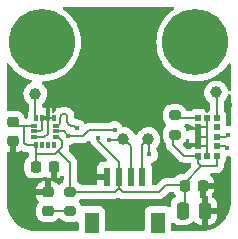
<source format=gtl>
G04 #@! TF.GenerationSoftware,KiCad,Pcbnew,(6.0.11-0)*
G04 #@! TF.CreationDate,2025-05-12T21:50:11-06:00*
G04 #@! TF.ProjectId,LightSensorPCB,4c696768-7453-4656-9e73-6f725043422e,rev?*
G04 #@! TF.SameCoordinates,Original*
G04 #@! TF.FileFunction,Copper,L1,Top*
G04 #@! TF.FilePolarity,Positive*
%FSLAX46Y46*%
G04 Gerber Fmt 4.6, Leading zero omitted, Abs format (unit mm)*
G04 Created by KiCad (PCBNEW (6.0.11-0)) date 2025-05-12 21:50:11*
%MOMM*%
%LPD*%
G01*
G04 APERTURE LIST*
G04 Aperture macros list*
%AMRoundRect*
0 Rectangle with rounded corners*
0 $1 Rounding radius*
0 $2 $3 $4 $5 $6 $7 $8 $9 X,Y pos of 4 corners*
0 Add a 4 corners polygon primitive as box body*
4,1,4,$2,$3,$4,$5,$6,$7,$8,$9,$2,$3,0*
0 Add four circle primitives for the rounded corners*
1,1,$1+$1,$2,$3*
1,1,$1+$1,$4,$5*
1,1,$1+$1,$6,$7*
1,1,$1+$1,$8,$9*
0 Add four rect primitives between the rounded corners*
20,1,$1+$1,$2,$3,$4,$5,0*
20,1,$1+$1,$4,$5,$6,$7,0*
20,1,$1+$1,$6,$7,$8,$9,0*
20,1,$1+$1,$8,$9,$2,$3,0*%
%AMFreePoly0*
4,1,17,0.253536,0.253536,0.255000,0.250000,0.255000,-0.250000,0.253536,-0.253536,0.250000,-0.255000,-0.330000,-0.255000,-0.333536,-0.253536,-0.335000,-0.250000,-0.335000,0.000000,-0.333536,0.003536,-0.330000,0.005000,-0.255000,0.005000,-0.255000,0.250000,-0.253536,0.253536,-0.250000,0.255000,0.250000,0.255000,0.253536,0.253536,0.253536,0.253536,$1*%
G04 Aperture macros list end*
G04 #@! TA.AperFunction,SMDPad,CuDef*
%ADD10RoundRect,0.250000X-0.250000X-0.475000X0.250000X-0.475000X0.250000X0.475000X-0.250000X0.475000X0*%
G04 #@! TD*
G04 #@! TA.AperFunction,SMDPad,CuDef*
%ADD11RoundRect,0.225000X-0.225000X-0.250000X0.225000X-0.250000X0.225000X0.250000X-0.225000X0.250000X0*%
G04 #@! TD*
G04 #@! TA.AperFunction,SMDPad,CuDef*
%ADD12R,0.350000X0.600000*%
G04 #@! TD*
G04 #@! TA.AperFunction,SMDPad,CuDef*
%ADD13R,0.600000X0.350000*%
G04 #@! TD*
G04 #@! TA.AperFunction,SMDPad,CuDef*
%ADD14C,1.000000*%
G04 #@! TD*
G04 #@! TA.AperFunction,ComponentPad*
%ADD15C,5.600000*%
G04 #@! TD*
G04 #@! TA.AperFunction,SMDPad,CuDef*
%ADD16R,0.609600X1.549400*%
G04 #@! TD*
G04 #@! TA.AperFunction,SMDPad,CuDef*
%ADD17R,1.193800X1.803400*%
G04 #@! TD*
G04 #@! TA.AperFunction,SMDPad,CuDef*
%ADD18RoundRect,0.225000X0.225000X0.250000X-0.225000X0.250000X-0.225000X-0.250000X0.225000X-0.250000X0*%
G04 #@! TD*
G04 #@! TA.AperFunction,SMDPad,CuDef*
%ADD19FreePoly0,90.000000*%
G04 #@! TD*
G04 #@! TA.AperFunction,SMDPad,CuDef*
%ADD20R,0.500000X0.500000*%
G04 #@! TD*
G04 #@! TA.AperFunction,SMDPad,CuDef*
%ADD21RoundRect,0.218750X-0.256250X0.218750X-0.256250X-0.218750X0.256250X-0.218750X0.256250X0.218750X0*%
G04 #@! TD*
G04 #@! TA.AperFunction,SMDPad,CuDef*
%ADD22RoundRect,0.200000X-0.275000X0.200000X-0.275000X-0.200000X0.275000X-0.200000X0.275000X0.200000X0*%
G04 #@! TD*
G04 #@! TA.AperFunction,SMDPad,CuDef*
%ADD23RoundRect,0.200000X0.275000X-0.200000X0.275000X0.200000X-0.275000X0.200000X-0.275000X-0.200000X0*%
G04 #@! TD*
G04 #@! TA.AperFunction,SMDPad,CuDef*
%ADD24RoundRect,0.225000X0.250000X-0.225000X0.250000X0.225000X-0.250000X0.225000X-0.250000X-0.225000X0*%
G04 #@! TD*
G04 #@! TA.AperFunction,ViaPad*
%ADD25C,0.450000*%
G04 #@! TD*
G04 #@! TA.AperFunction,Conductor*
%ADD26C,0.160000*%
G04 #@! TD*
G04 APERTURE END LIST*
D10*
X115400000Y-117750000D03*
X117300000Y-117750000D03*
D11*
X115575000Y-115650000D03*
X117125000Y-115650000D03*
D12*
X104500000Y-109890000D03*
X104000000Y-109890000D03*
X103500000Y-109890000D03*
X103000000Y-109890000D03*
D13*
X102840000Y-110550000D03*
X102840000Y-111050000D03*
X102840000Y-111550000D03*
D12*
X103000000Y-112210000D03*
X103500000Y-112210000D03*
X104000000Y-112210000D03*
X104500000Y-112210000D03*
D13*
X104660000Y-111550000D03*
X104660000Y-111050000D03*
X104660000Y-110550000D03*
D14*
X110400000Y-111700000D03*
D15*
X103500000Y-103500000D03*
D14*
X112500000Y-111700000D03*
X118250000Y-107750000D03*
D16*
X109000000Y-114898500D03*
X110000001Y-114898500D03*
X110999999Y-114898500D03*
X112000000Y-114898500D03*
D17*
X107700001Y-118773501D03*
X113299999Y-118773501D03*
D15*
X116500000Y-103500000D03*
D18*
X104525000Y-114050000D03*
X102975000Y-114050000D03*
D19*
X116700000Y-113100000D03*
D20*
X116700000Y-112300000D03*
X116700000Y-111500000D03*
X116700000Y-110700000D03*
X116700000Y-109900000D03*
X117500000Y-109900000D03*
X118300000Y-109900000D03*
X118300000Y-110700000D03*
X118300000Y-111500000D03*
X118300000Y-112300000D03*
X118300000Y-113100000D03*
X117500000Y-113100000D03*
D21*
X104000000Y-116212500D03*
X104000000Y-117787500D03*
D22*
X114750000Y-109675000D03*
X114750000Y-111325000D03*
D14*
X102950000Y-107850000D03*
D23*
X105900000Y-117800000D03*
X105900000Y-116150000D03*
D24*
X101050000Y-111825000D03*
X101050000Y-110275000D03*
D25*
X118800000Y-116400000D03*
X119000000Y-117800000D03*
X105000000Y-108600000D03*
X101000000Y-113000000D03*
X105200000Y-115000000D03*
X104000000Y-115200000D03*
X102600000Y-116200000D03*
X108000000Y-114800000D03*
X112600000Y-102400000D03*
X119400000Y-108800000D03*
X108220623Y-111581722D03*
X108800000Y-107600000D03*
X113200000Y-106200000D03*
X101400000Y-117200000D03*
X108800000Y-105800000D03*
X114600000Y-114000000D03*
X115800000Y-110600000D03*
X104400000Y-108200000D03*
X106800000Y-113600000D03*
X118800000Y-114800000D03*
X101200000Y-106800000D03*
X110400000Y-118200000D03*
X109200000Y-111800000D03*
X119253730Y-111346270D03*
X106453036Y-110759193D03*
X109643391Y-110902222D03*
X112600000Y-113000000D03*
X105727397Y-111446545D03*
X119167198Y-112426138D03*
D26*
X102000000Y-112000000D02*
X102000000Y-110600000D01*
X116700000Y-113100000D02*
X115500000Y-113100000D01*
X113400000Y-116200000D02*
X114000000Y-115600000D01*
X105900000Y-116150000D02*
X105900000Y-113700000D01*
X108220623Y-111820623D02*
X110000001Y-113600001D01*
X117000000Y-114000000D02*
X116700000Y-113700000D01*
X110366801Y-116200000D02*
X113400000Y-116200000D01*
X103000000Y-112210000D02*
X103000000Y-113000000D01*
X110000001Y-113600001D02*
X110000001Y-114898500D01*
X102840000Y-110550000D02*
X102050000Y-110550000D01*
X116700000Y-113700000D02*
X116700000Y-113100000D01*
X105200000Y-112400000D02*
X104900000Y-112700000D01*
X102210000Y-112210000D02*
X102000000Y-112000000D01*
X110000001Y-115833200D02*
X110366801Y-116200000D01*
X105200000Y-111875000D02*
X105200000Y-112400000D01*
X110000001Y-114898500D02*
X110000001Y-115833200D01*
X115575000Y-115425000D02*
X117000000Y-114000000D01*
X102050000Y-110550000D02*
X101325000Y-110550000D01*
X104875000Y-111550000D02*
X105200000Y-111875000D01*
X114000000Y-115600000D02*
X115525000Y-115600000D01*
X104900000Y-112700000D02*
X104600000Y-113000000D01*
X105900000Y-113700000D02*
X104900000Y-112700000D01*
X102000000Y-110600000D02*
X102050000Y-110550000D01*
X103000000Y-112210000D02*
X102210000Y-112210000D01*
X118300000Y-113100000D02*
X118300000Y-113950000D01*
X103000000Y-113000000D02*
X103000000Y-114025000D01*
X104600000Y-113000000D02*
X103000000Y-113000000D01*
X109683201Y-116150000D02*
X105900000Y-116150000D01*
X115575000Y-115650000D02*
X115575000Y-117575000D01*
X115500000Y-113100000D02*
X114600000Y-112200000D01*
X110000001Y-115833200D02*
X109683201Y-116150000D01*
X108220623Y-111581722D02*
X108220623Y-111820623D01*
X114600000Y-112200000D02*
X114600000Y-111475000D01*
X118250000Y-114000000D02*
X117000000Y-114000000D01*
X118300000Y-113950000D02*
X118250000Y-114000000D01*
X117500000Y-111500000D02*
X117500000Y-110700000D01*
X116700000Y-110700000D02*
X117500000Y-110700000D01*
X117500000Y-112300000D02*
X117500000Y-111500000D01*
X117500000Y-110700000D02*
X117500000Y-109900000D01*
X117500000Y-113100000D02*
X117500000Y-112300000D01*
X104000000Y-111250000D02*
X104000000Y-109890000D01*
X116700000Y-112300000D02*
X117500000Y-112300000D01*
X116700000Y-111500000D02*
X117500000Y-111500000D01*
X103500000Y-109890000D02*
X104500000Y-109890000D01*
X103700000Y-111550000D02*
X104000000Y-111250000D01*
X103500000Y-109890000D02*
X103500000Y-110925000D01*
X103375000Y-111050000D02*
X102840000Y-111050000D01*
X102840000Y-111550000D02*
X103700000Y-111550000D01*
X103500000Y-110925000D02*
X103375000Y-111050000D01*
X105050000Y-109850000D02*
X105050000Y-110250000D01*
X109200000Y-111800000D02*
X110300000Y-111800000D01*
X118300000Y-111500000D02*
X119100000Y-111500000D01*
X105650000Y-110250000D02*
X105650000Y-109850000D01*
X119100000Y-111500000D02*
X119253730Y-111346270D01*
X106453036Y-110759193D02*
X106243843Y-110550000D01*
X106243843Y-110550000D02*
X105950000Y-110550000D01*
X110999999Y-114898500D02*
X110999999Y-112299999D01*
X110999999Y-112299999D02*
X110400000Y-111700000D01*
X105350000Y-109550000D02*
G75*
G02*
X105650000Y-109850000I0J-300000D01*
G01*
X104750000Y-110550000D02*
G75*
G03*
X105050000Y-110250000I0J300000D01*
G01*
X105650000Y-110250000D02*
G75*
G03*
X105950000Y-110550000I300000J0D01*
G01*
X105050000Y-109850000D02*
G75*
G02*
X105350000Y-109550000I300000J0D01*
G01*
X104660000Y-111050000D02*
X105330852Y-111050000D01*
X119041060Y-112300000D02*
X119167198Y-112426138D01*
X112000000Y-114898500D02*
X112000001Y-112199999D01*
X107497778Y-110902222D02*
X106953455Y-111446545D01*
X109643391Y-110902222D02*
X107497778Y-110902222D01*
X118300000Y-112300000D02*
X119041060Y-112300000D01*
X105330852Y-111050000D02*
X105727397Y-111446545D01*
X112000001Y-112199999D02*
X112500000Y-111700000D01*
X106953455Y-111446545D02*
X105727397Y-111446545D01*
X112600000Y-113000000D02*
X112600000Y-111800000D01*
X105900000Y-117800000D02*
X104012500Y-117800000D01*
X102950000Y-107850000D02*
X102950000Y-109840000D01*
X118300000Y-109900000D02*
X118300000Y-107800000D01*
X116700000Y-109900000D02*
X114975000Y-109900000D01*
G04 #@! TA.AperFunction,Conductor*
G36*
X119458331Y-113180285D02*
G01*
X119489655Y-113243998D01*
X119491500Y-113265481D01*
X119491500Y-116950633D01*
X119490000Y-116970018D01*
X119487690Y-116984851D01*
X119487690Y-116984855D01*
X119486309Y-116993724D01*
X119488558Y-117010919D01*
X119489391Y-117034863D01*
X119473794Y-117292710D01*
X119471960Y-117307814D01*
X119433861Y-117515720D01*
X119420477Y-117588754D01*
X119416836Y-117603526D01*
X119347173Y-117827084D01*
X119331859Y-117876227D01*
X119326466Y-117890445D01*
X119210044Y-118149126D01*
X119209243Y-118150906D01*
X119202172Y-118164379D01*
X119054405Y-118408813D01*
X119045762Y-118421334D01*
X118869615Y-118646171D01*
X118859525Y-118657560D01*
X118657560Y-118859525D01*
X118646171Y-118869615D01*
X118421334Y-119045762D01*
X118408813Y-119054405D01*
X118164379Y-119202172D01*
X118150908Y-119209242D01*
X117890445Y-119326466D01*
X117876231Y-119331858D01*
X117603527Y-119416836D01*
X117588760Y-119420475D01*
X117379786Y-119458771D01*
X117307814Y-119471960D01*
X117292710Y-119473794D01*
X117042096Y-119488953D01*
X117015284Y-119487692D01*
X117015148Y-119487690D01*
X117006276Y-119486309D01*
X116997374Y-119487473D01*
X116997372Y-119487473D01*
X116982707Y-119489391D01*
X116974714Y-119490436D01*
X116958379Y-119491500D01*
X114531399Y-119491500D01*
X114463278Y-119471498D01*
X114416785Y-119417842D01*
X114405399Y-119365500D01*
X114405399Y-118857296D01*
X114425401Y-118789175D01*
X114479057Y-118742682D01*
X114549331Y-118732578D01*
X114613911Y-118762072D01*
X114620417Y-118768123D01*
X114676697Y-118824305D01*
X114682927Y-118828145D01*
X114682928Y-118828146D01*
X114820288Y-118912816D01*
X114827262Y-118917115D01*
X114907005Y-118943564D01*
X114988611Y-118970632D01*
X114988613Y-118970632D01*
X114995139Y-118972797D01*
X115001975Y-118973497D01*
X115001978Y-118973498D01*
X115045031Y-118977909D01*
X115099600Y-118983500D01*
X115700400Y-118983500D01*
X115703646Y-118983163D01*
X115703650Y-118983163D01*
X115799308Y-118973238D01*
X115799312Y-118973237D01*
X115806166Y-118972526D01*
X115812702Y-118970345D01*
X115812704Y-118970345D01*
X115944806Y-118926272D01*
X115973946Y-118916550D01*
X116124348Y-118823478D01*
X116249305Y-118698303D01*
X116252102Y-118693765D01*
X116309353Y-118653176D01*
X116380276Y-118649946D01*
X116441687Y-118685572D01*
X116449062Y-118694068D01*
X116457098Y-118704207D01*
X116571829Y-118818739D01*
X116583240Y-118827751D01*
X116721243Y-118912816D01*
X116734424Y-118918963D01*
X116888710Y-118970138D01*
X116902086Y-118973005D01*
X116996438Y-118982672D01*
X117002854Y-118983000D01*
X117027885Y-118983000D01*
X117043124Y-118978525D01*
X117044329Y-118977135D01*
X117046000Y-118969452D01*
X117046000Y-118964884D01*
X117554000Y-118964884D01*
X117558475Y-118980123D01*
X117559865Y-118981328D01*
X117567548Y-118982999D01*
X117597095Y-118982999D01*
X117603614Y-118982662D01*
X117699206Y-118972743D01*
X117712600Y-118969851D01*
X117866784Y-118918412D01*
X117879962Y-118912239D01*
X118017807Y-118826937D01*
X118029208Y-118817901D01*
X118143739Y-118703171D01*
X118152751Y-118691760D01*
X118237816Y-118553757D01*
X118243963Y-118540576D01*
X118295138Y-118386290D01*
X118298005Y-118372914D01*
X118307672Y-118278562D01*
X118308000Y-118272146D01*
X118308000Y-118022115D01*
X118303525Y-118006876D01*
X118302135Y-118005671D01*
X118294452Y-118004000D01*
X117572115Y-118004000D01*
X117556876Y-118008475D01*
X117555671Y-118009865D01*
X117554000Y-118017548D01*
X117554000Y-118964884D01*
X117046000Y-118964884D01*
X117046000Y-116691115D01*
X117041525Y-116675876D01*
X117040135Y-116674671D01*
X117032452Y-116673000D01*
X116997000Y-116673000D01*
X116928879Y-116652998D01*
X116882386Y-116599342D01*
X116871000Y-116547000D01*
X116871000Y-116458885D01*
X117379000Y-116458885D01*
X117383475Y-116474124D01*
X117384865Y-116475329D01*
X117392548Y-116477000D01*
X117428000Y-116477000D01*
X117496121Y-116497002D01*
X117542614Y-116550658D01*
X117554000Y-116603000D01*
X117554000Y-117477885D01*
X117558475Y-117493124D01*
X117559865Y-117494329D01*
X117567548Y-117496000D01*
X118289884Y-117496000D01*
X118305123Y-117491525D01*
X118306328Y-117490135D01*
X118307999Y-117482452D01*
X118307999Y-117227905D01*
X118307662Y-117221386D01*
X118297743Y-117125794D01*
X118294851Y-117112400D01*
X118243412Y-116958216D01*
X118237239Y-116945038D01*
X118151937Y-116807193D01*
X118142901Y-116795792D01*
X118028171Y-116681261D01*
X118016757Y-116672247D01*
X117903521Y-116602448D01*
X117856027Y-116549676D01*
X117844603Y-116479605D01*
X117872877Y-116414481D01*
X117880463Y-116406170D01*
X117923986Y-116362571D01*
X117932998Y-116351160D01*
X118015004Y-116218120D01*
X118021151Y-116204939D01*
X118070491Y-116056186D01*
X118073358Y-116042810D01*
X118082673Y-115951896D01*
X118083000Y-115945487D01*
X118083000Y-115922115D01*
X118078525Y-115906876D01*
X118077135Y-115905671D01*
X118069452Y-115904000D01*
X117397115Y-115904000D01*
X117381876Y-115908475D01*
X117380671Y-115909865D01*
X117379000Y-115917548D01*
X117379000Y-116458885D01*
X116871000Y-116458885D01*
X116871000Y-115522000D01*
X116891002Y-115453879D01*
X116944658Y-115407386D01*
X116997000Y-115396000D01*
X118064885Y-115396000D01*
X118080124Y-115391525D01*
X118081329Y-115390135D01*
X118083000Y-115382452D01*
X118083000Y-115354562D01*
X118082663Y-115348047D01*
X118073106Y-115255943D01*
X118070212Y-115242544D01*
X118020619Y-115093893D01*
X118014445Y-115080714D01*
X117932212Y-114947827D01*
X117923176Y-114936426D01*
X117812572Y-114826015D01*
X117796576Y-114813382D01*
X117755513Y-114755465D01*
X117752281Y-114684542D01*
X117787906Y-114623130D01*
X117851078Y-114590728D01*
X117874668Y-114588500D01*
X118203170Y-114588500D01*
X118219615Y-114589578D01*
X118250000Y-114593578D01*
X118258189Y-114592500D01*
X118395442Y-114574431D01*
X118395443Y-114574431D01*
X118403630Y-114573353D01*
X118487490Y-114538616D01*
X118546789Y-114514054D01*
X118608256Y-114466889D01*
X118663170Y-114424752D01*
X118663173Y-114424749D01*
X118669723Y-114419723D01*
X118674750Y-114413172D01*
X118674752Y-114413170D01*
X118681333Y-114404593D01*
X118704593Y-114381333D01*
X118713170Y-114374752D01*
X118713172Y-114374750D01*
X118719723Y-114369723D01*
X118724749Y-114363173D01*
X118724752Y-114363170D01*
X118766889Y-114308256D01*
X118814054Y-114246789D01*
X118856876Y-114143406D01*
X118873353Y-114103629D01*
X118876585Y-114079083D01*
X118892500Y-113958188D01*
X118893578Y-113950000D01*
X118889578Y-113919615D01*
X118888500Y-113903170D01*
X118888500Y-113788275D01*
X118908502Y-113720154D01*
X118913674Y-113712710D01*
X118928013Y-113693578D01*
X119000615Y-113596705D01*
X119051745Y-113460316D01*
X119058500Y-113398134D01*
X119058500Y-113287656D01*
X119078502Y-113219535D01*
X119132158Y-113173042D01*
X119173081Y-113162175D01*
X119308601Y-113149842D01*
X119308602Y-113149842D01*
X119315622Y-113149203D01*
X119322324Y-113147025D01*
X119322326Y-113147025D01*
X119326567Y-113145647D01*
X119397534Y-113143621D01*
X119458331Y-113180285D01*
G37*
G04 #@! TD.AperFunction*
G04 #@! TA.AperFunction,Conductor*
G36*
X114663836Y-116208502D02*
G01*
X114702856Y-116248193D01*
X114771248Y-116358713D01*
X114818489Y-116405871D01*
X114852568Y-116468153D01*
X114847565Y-116538973D01*
X114805069Y-116595846D01*
X114795775Y-116602187D01*
X114675652Y-116676522D01*
X114550695Y-116801697D01*
X114546855Y-116807927D01*
X114546854Y-116807928D01*
X114483586Y-116910568D01*
X114457885Y-116952262D01*
X114437888Y-117012552D01*
X114405644Y-117109766D01*
X114402203Y-117120139D01*
X114391500Y-117224600D01*
X114391500Y-117355083D01*
X114371498Y-117423204D01*
X114317842Y-117469697D01*
X114247568Y-117479801D01*
X114189935Y-117455909D01*
X114150791Y-117426572D01*
X114150789Y-117426571D01*
X114143604Y-117421186D01*
X114007215Y-117370056D01*
X113945033Y-117363301D01*
X112654965Y-117363301D01*
X112592783Y-117370056D01*
X112456394Y-117421186D01*
X112339838Y-117508540D01*
X112252484Y-117625096D01*
X112201354Y-117761485D01*
X112194599Y-117823667D01*
X112194599Y-119365500D01*
X112174597Y-119433621D01*
X112120941Y-119480114D01*
X112068599Y-119491500D01*
X108931401Y-119491500D01*
X108863280Y-119471498D01*
X108816787Y-119417842D01*
X108805401Y-119365500D01*
X108805401Y-117823667D01*
X108798646Y-117761485D01*
X108747516Y-117625096D01*
X108660162Y-117508540D01*
X108543606Y-117421186D01*
X108407217Y-117370056D01*
X108345035Y-117363301D01*
X107054967Y-117363301D01*
X107051570Y-117363670D01*
X107000635Y-117369203D01*
X107000633Y-117369203D01*
X106992785Y-117370056D01*
X106985390Y-117372828D01*
X106985387Y-117372829D01*
X106983957Y-117373365D01*
X106982766Y-117373452D01*
X106977703Y-117374656D01*
X106977508Y-117373837D01*
X106913150Y-117378548D01*
X106850782Y-117344626D01*
X106826486Y-117309537D01*
X106825472Y-117306301D01*
X106736639Y-117159619D01*
X106641115Y-117064095D01*
X106607089Y-117001783D01*
X106612154Y-116930968D01*
X106641115Y-116885905D01*
X106736639Y-116790381D01*
X106739228Y-116786107D01*
X106796098Y-116745488D01*
X106837477Y-116738500D01*
X109636371Y-116738500D01*
X109652816Y-116739578D01*
X109683201Y-116743578D01*
X109691390Y-116742500D01*
X109828643Y-116724431D01*
X109828644Y-116724431D01*
X109836831Y-116723353D01*
X109914658Y-116691115D01*
X109920689Y-116688617D01*
X109920691Y-116688616D01*
X109928931Y-116685203D01*
X109999522Y-116677617D01*
X110053849Y-116701651D01*
X110070012Y-116714054D01*
X110213172Y-116773353D01*
X110366801Y-116793578D01*
X110397186Y-116789578D01*
X110413631Y-116788500D01*
X113353170Y-116788500D01*
X113369615Y-116789578D01*
X113400000Y-116793578D01*
X113408189Y-116792500D01*
X113545442Y-116774431D01*
X113545443Y-116774431D01*
X113553630Y-116773353D01*
X113625511Y-116743578D01*
X113637768Y-116738501D01*
X113637770Y-116738500D01*
X113689158Y-116717215D01*
X113689159Y-116717214D01*
X113696789Y-116714054D01*
X113819723Y-116619723D01*
X113838380Y-116595409D01*
X113849247Y-116583018D01*
X114206860Y-116225405D01*
X114269172Y-116191379D01*
X114295955Y-116188500D01*
X114595715Y-116188500D01*
X114663836Y-116208502D01*
G37*
G04 #@! TD.AperFunction*
G04 #@! TA.AperFunction,Conductor*
G36*
X101246121Y-111591002D02*
G01*
X101292614Y-111644658D01*
X101304000Y-111697000D01*
X101304000Y-112764885D01*
X101308475Y-112780124D01*
X101309865Y-112781329D01*
X101317548Y-112783000D01*
X101345438Y-112783000D01*
X101351953Y-112782663D01*
X101444057Y-112773106D01*
X101457456Y-112770212D01*
X101606107Y-112720619D01*
X101619286Y-112714445D01*
X101701079Y-112663830D01*
X101769531Y-112644992D01*
X101837301Y-112666153D01*
X101844080Y-112671008D01*
X101860234Y-112683403D01*
X101895730Y-112710640D01*
X101913211Y-112724054D01*
X101984791Y-112753703D01*
X102056371Y-112783353D01*
X102210000Y-112803578D01*
X102240385Y-112799578D01*
X102256830Y-112798500D01*
X102285500Y-112798500D01*
X102353621Y-112818502D01*
X102400114Y-112872158D01*
X102411500Y-112924500D01*
X102411500Y-112953171D01*
X102410422Y-112969617D01*
X102406422Y-113000000D01*
X102407500Y-113008188D01*
X102410422Y-113030383D01*
X102411500Y-113046829D01*
X102411500Y-113076656D01*
X102391498Y-113144777D01*
X102351804Y-113183799D01*
X102291287Y-113221248D01*
X102170448Y-113342298D01*
X102166608Y-113348528D01*
X102166607Y-113348529D01*
X102093140Y-113467715D01*
X102080698Y-113487899D01*
X102026851Y-113650243D01*
X102016500Y-113751268D01*
X102016500Y-114348732D01*
X102027113Y-114451019D01*
X102029295Y-114457559D01*
X102072981Y-114588500D01*
X102081244Y-114613268D01*
X102085096Y-114619492D01*
X102085096Y-114619493D01*
X102114185Y-114666500D01*
X102171248Y-114758713D01*
X102292298Y-114879552D01*
X102298528Y-114883392D01*
X102298529Y-114883393D01*
X102413302Y-114954140D01*
X102437899Y-114969302D01*
X102600243Y-115023149D01*
X102607080Y-115023849D01*
X102607082Y-115023850D01*
X102648401Y-115028083D01*
X102701268Y-115033500D01*
X103248732Y-115033500D01*
X103251978Y-115033163D01*
X103251982Y-115033163D01*
X103286083Y-115029625D01*
X103351019Y-115022887D01*
X103422284Y-114999111D01*
X103506324Y-114971073D01*
X103506326Y-114971072D01*
X103513268Y-114968756D01*
X103538276Y-114953281D01*
X103652485Y-114882606D01*
X103658713Y-114878752D01*
X103663886Y-114873570D01*
X103669623Y-114869023D01*
X103671055Y-114870830D01*
X103723575Y-114842098D01*
X103794395Y-114847108D01*
X103830853Y-114870499D01*
X103831683Y-114869448D01*
X103848840Y-114882998D01*
X103981880Y-114965004D01*
X103995061Y-114971151D01*
X104143814Y-115020491D01*
X104157190Y-115023358D01*
X104219032Y-115029694D01*
X104253089Y-115043602D01*
X104257003Y-115041360D01*
X104269329Y-115027135D01*
X104271000Y-115019452D01*
X104271000Y-113922000D01*
X104291002Y-113853879D01*
X104344658Y-113807386D01*
X104397000Y-113796000D01*
X104653000Y-113796000D01*
X104721121Y-113816002D01*
X104767614Y-113869658D01*
X104779000Y-113922000D01*
X104779000Y-115014885D01*
X104783475Y-115030124D01*
X104784865Y-115031329D01*
X104792548Y-115033000D01*
X104795438Y-115033000D01*
X104801953Y-115032663D01*
X104894057Y-115023106D01*
X104907456Y-115020212D01*
X105056107Y-114970619D01*
X105069285Y-114964446D01*
X105119197Y-114933559D01*
X105187649Y-114914721D01*
X105255418Y-114935882D01*
X105300990Y-114990323D01*
X105311500Y-115040703D01*
X105311500Y-115240522D01*
X105291498Y-115308643D01*
X105250771Y-115348298D01*
X105240428Y-115354562D01*
X105184619Y-115388361D01*
X105063361Y-115509619D01*
X105059424Y-115516120D01*
X105045324Y-115539402D01*
X104992927Y-115587309D01*
X104922947Y-115599282D01*
X104857603Y-115571521D01*
X104839114Y-115550393D01*
X104838073Y-115551218D01*
X104824494Y-115534085D01*
X104714920Y-115424702D01*
X104703509Y-115415690D01*
X104571709Y-115334447D01*
X104558532Y-115328303D01*
X104411157Y-115279421D01*
X104397789Y-115276555D01*
X104313942Y-115267964D01*
X104279886Y-115254056D01*
X104264169Y-115263058D01*
X104255671Y-115272865D01*
X104254000Y-115280548D01*
X104254000Y-116340500D01*
X104233998Y-116408621D01*
X104180342Y-116455114D01*
X104128000Y-116466500D01*
X103035115Y-116466500D01*
X103019876Y-116470975D01*
X103018671Y-116472365D01*
X103017158Y-116479321D01*
X103017337Y-116482782D01*
X103026804Y-116574021D01*
X103029697Y-116587417D01*
X103078830Y-116734687D01*
X103085004Y-116747866D01*
X103166470Y-116879514D01*
X103175506Y-116890915D01*
X103195158Y-116910533D01*
X103229237Y-116972816D01*
X103224234Y-117043636D01*
X103195314Y-117088723D01*
X103169136Y-117114947D01*
X103080151Y-117259308D01*
X103077846Y-117266256D01*
X103077846Y-117266257D01*
X103042291Y-117373452D01*
X103026762Y-117420269D01*
X103016500Y-117520428D01*
X103016500Y-118054572D01*
X103027022Y-118155982D01*
X103080692Y-118316849D01*
X103169929Y-118461055D01*
X103289947Y-118580864D01*
X103434308Y-118669849D01*
X103441256Y-118672154D01*
X103441257Y-118672154D01*
X103588738Y-118721072D01*
X103588740Y-118721072D01*
X103595269Y-118723238D01*
X103695428Y-118733500D01*
X104304572Y-118733500D01*
X104307818Y-118733163D01*
X104307822Y-118733163D01*
X104341603Y-118729658D01*
X104405982Y-118722978D01*
X104566849Y-118669308D01*
X104711055Y-118580071D01*
X104830864Y-118460053D01*
X104838058Y-118448383D01*
X104890830Y-118400890D01*
X104945317Y-118388500D01*
X104962523Y-118388500D01*
X105030644Y-118408502D01*
X105060533Y-118435712D01*
X105063361Y-118440381D01*
X105184619Y-118561639D01*
X105331301Y-118650472D01*
X105338548Y-118652743D01*
X105338550Y-118652744D01*
X105369079Y-118662311D01*
X105494938Y-118701753D01*
X105568365Y-118708500D01*
X105571263Y-118708500D01*
X105900860Y-118708499D01*
X106231634Y-118708499D01*
X106234492Y-118708236D01*
X106234501Y-118708236D01*
X106270004Y-118704974D01*
X106305062Y-118701753D01*
X106311447Y-118699752D01*
X106430922Y-118662311D01*
X106501907Y-118661027D01*
X106562318Y-118698324D01*
X106592974Y-118762361D01*
X106594601Y-118782545D01*
X106594601Y-119365500D01*
X106574599Y-119433621D01*
X106520943Y-119480114D01*
X106468601Y-119491500D01*
X103049367Y-119491500D01*
X103029982Y-119490000D01*
X103015149Y-119487690D01*
X103015145Y-119487690D01*
X103006276Y-119486309D01*
X102989077Y-119488558D01*
X102965137Y-119489391D01*
X102707290Y-119473794D01*
X102692186Y-119471960D01*
X102620214Y-119458771D01*
X102411240Y-119420475D01*
X102396473Y-119416836D01*
X102123769Y-119331858D01*
X102109555Y-119326466D01*
X101849092Y-119209242D01*
X101835621Y-119202172D01*
X101591187Y-119054405D01*
X101578666Y-119045762D01*
X101353829Y-118869615D01*
X101342440Y-118859525D01*
X101140475Y-118657560D01*
X101130385Y-118646171D01*
X100954238Y-118421334D01*
X100945595Y-118408813D01*
X100797828Y-118164379D01*
X100790757Y-118150906D01*
X100789956Y-118149126D01*
X100673534Y-117890445D01*
X100668141Y-117876227D01*
X100652828Y-117827084D01*
X100583164Y-117603526D01*
X100579523Y-117588754D01*
X100566140Y-117515720D01*
X100528040Y-117307814D01*
X100526206Y-117292710D01*
X100511269Y-117045768D01*
X100512520Y-117022216D01*
X100512334Y-117022199D01*
X100512769Y-117017350D01*
X100513576Y-117012552D01*
X100513729Y-117000000D01*
X100509773Y-116972376D01*
X100508500Y-116954514D01*
X100508500Y-115941700D01*
X103017386Y-115941700D01*
X103021475Y-115955624D01*
X103022865Y-115956829D01*
X103030548Y-115958500D01*
X103727885Y-115958500D01*
X103743124Y-115954025D01*
X103744329Y-115952635D01*
X103746000Y-115944952D01*
X103746000Y-115285115D01*
X103741525Y-115269876D01*
X103740135Y-115268671D01*
X103732452Y-115267000D01*
X103698734Y-115267000D01*
X103692218Y-115267337D01*
X103600979Y-115276804D01*
X103587583Y-115279697D01*
X103440313Y-115328830D01*
X103427134Y-115335004D01*
X103295486Y-115416470D01*
X103284085Y-115425506D01*
X103174702Y-115535080D01*
X103165690Y-115546491D01*
X103084447Y-115678291D01*
X103078303Y-115691468D01*
X103029421Y-115838843D01*
X103026555Y-115852210D01*
X103017386Y-115941700D01*
X100508500Y-115941700D01*
X100508500Y-112897357D01*
X100528502Y-112829236D01*
X100582158Y-112782743D01*
X100650316Y-112772943D01*
X100650345Y-112772657D01*
X100651491Y-112772774D01*
X100652432Y-112772639D01*
X100655462Y-112773181D01*
X100748097Y-112782672D01*
X100754513Y-112783000D01*
X100777885Y-112783000D01*
X100793124Y-112778525D01*
X100794329Y-112777135D01*
X100796000Y-112769452D01*
X100796000Y-111697000D01*
X100816002Y-111628879D01*
X100869658Y-111582386D01*
X100922000Y-111571000D01*
X101178000Y-111571000D01*
X101246121Y-111591002D01*
G37*
G04 #@! TD.AperFunction*
G04 #@! TA.AperFunction,Conductor*
G36*
X114668127Y-100528502D02*
G01*
X114714620Y-100582158D01*
X114724724Y-100652432D01*
X114695230Y-100717012D01*
X114664715Y-100742614D01*
X114647193Y-100753101D01*
X114644467Y-100755163D01*
X114644465Y-100755164D01*
X114638620Y-100759585D01*
X114361367Y-100969270D01*
X114100559Y-101215043D01*
X113867819Y-101487546D01*
X113865900Y-101490358D01*
X113865897Y-101490363D01*
X113772624Y-101627097D01*
X113665871Y-101783591D01*
X113497077Y-102099714D01*
X113363411Y-102432218D01*
X113362491Y-102435492D01*
X113362489Y-102435497D01*
X113360332Y-102443173D01*
X113266437Y-102777213D01*
X113265875Y-102780570D01*
X113265875Y-102780571D01*
X113230931Y-102989392D01*
X113207290Y-103130663D01*
X113186661Y-103488434D01*
X113204792Y-103846340D01*
X113205329Y-103849695D01*
X113205330Y-103849701D01*
X113210316Y-103880828D01*
X113261470Y-104200195D01*
X113356033Y-104545859D01*
X113487374Y-104879288D01*
X113653957Y-105196582D01*
X113655858Y-105199411D01*
X113655864Y-105199421D01*
X113786858Y-105394359D01*
X113853834Y-105494029D01*
X114084665Y-105768150D01*
X114343751Y-106015738D01*
X114628061Y-106233897D01*
X114660056Y-106253350D01*
X114931355Y-106418303D01*
X114931360Y-106418306D01*
X114934270Y-106420075D01*
X114937358Y-106421521D01*
X114937357Y-106421521D01*
X115255710Y-106570649D01*
X115255720Y-106570653D01*
X115258794Y-106572093D01*
X115262012Y-106573195D01*
X115262015Y-106573196D01*
X115594615Y-106687071D01*
X115594623Y-106687073D01*
X115597838Y-106688174D01*
X115947435Y-106766959D01*
X115999728Y-106772917D01*
X116300114Y-106807142D01*
X116300122Y-106807142D01*
X116303497Y-106807527D01*
X116306901Y-106807545D01*
X116306904Y-106807545D01*
X116501227Y-106808562D01*
X116661857Y-106809403D01*
X116665243Y-106809053D01*
X116665245Y-106809053D01*
X117014932Y-106772917D01*
X117014941Y-106772916D01*
X117018324Y-106772566D01*
X117021657Y-106771852D01*
X117021660Y-106771851D01*
X117278164Y-106716861D01*
X117368727Y-106697446D01*
X117708968Y-106584922D01*
X118035066Y-106436311D01*
X118129052Y-106380506D01*
X118340262Y-106255099D01*
X118340267Y-106255096D01*
X118343207Y-106253350D01*
X118629786Y-106038180D01*
X118891451Y-105793319D01*
X119125140Y-105521630D01*
X119261660Y-105322992D01*
X119316728Y-105278181D01*
X119387281Y-105270256D01*
X119450919Y-105301733D01*
X119487436Y-105362618D01*
X119491500Y-105394359D01*
X119491500Y-107520779D01*
X119471498Y-107588900D01*
X119417842Y-107635393D01*
X119347568Y-107645497D01*
X119282988Y-107616003D01*
X119244604Y-107556277D01*
X119244239Y-107554789D01*
X119244080Y-107553167D01*
X119234302Y-107520779D01*
X119215466Y-107458392D01*
X119186916Y-107363831D01*
X119094066Y-107189204D01*
X119023709Y-107102938D01*
X118972960Y-107040713D01*
X118972957Y-107040710D01*
X118969065Y-107035938D01*
X118962724Y-107030692D01*
X118821425Y-106913799D01*
X118821421Y-106913797D01*
X118816675Y-106909870D01*
X118642701Y-106815802D01*
X118453768Y-106757318D01*
X118447643Y-106756674D01*
X118447642Y-106756674D01*
X118263204Y-106737289D01*
X118263202Y-106737289D01*
X118257075Y-106736645D01*
X118174576Y-106744153D01*
X118066251Y-106754011D01*
X118066248Y-106754012D01*
X118060112Y-106754570D01*
X118054206Y-106756308D01*
X118054202Y-106756309D01*
X117997773Y-106772917D01*
X117870381Y-106810410D01*
X117864923Y-106813263D01*
X117864919Y-106813265D01*
X117785911Y-106854570D01*
X117695110Y-106902040D01*
X117540975Y-107025968D01*
X117537011Y-107030692D01*
X117532609Y-107035938D01*
X117413846Y-107177474D01*
X117410879Y-107182872D01*
X117410875Y-107182877D01*
X117355048Y-107284428D01*
X117318567Y-107350787D01*
X117316706Y-107356654D01*
X117316705Y-107356656D01*
X117264642Y-107520779D01*
X117258765Y-107539306D01*
X117236719Y-107735851D01*
X117237235Y-107741995D01*
X117246460Y-107851852D01*
X117253268Y-107932934D01*
X117307783Y-108123050D01*
X117398187Y-108298956D01*
X117521035Y-108453953D01*
X117525728Y-108457947D01*
X117525729Y-108457948D01*
X117667163Y-108578317D01*
X117706076Y-108637700D01*
X117711500Y-108674271D01*
X117711500Y-109211725D01*
X117691498Y-109279846D01*
X117686326Y-109287290D01*
X117600826Y-109401372D01*
X117543967Y-109443887D01*
X117473148Y-109448913D01*
X117410855Y-109414853D01*
X117399174Y-109401372D01*
X117318645Y-109293923D01*
X117313261Y-109286739D01*
X117306081Y-109281358D01*
X117306078Y-109281355D01*
X117300436Y-109277127D01*
X117257921Y-109220269D01*
X117250000Y-109176300D01*
X117250000Y-109160116D01*
X117245525Y-109144877D01*
X117244135Y-109143672D01*
X117236452Y-109142001D01*
X117205331Y-109142001D01*
X117198510Y-109142371D01*
X117147651Y-109147895D01*
X117130236Y-109152035D01*
X117071942Y-109152034D01*
X117067716Y-109151029D01*
X117060316Y-109148255D01*
X116998134Y-109141500D01*
X116401866Y-109141500D01*
X116339684Y-109148255D01*
X116203295Y-109199385D01*
X116171152Y-109223475D01*
X116087290Y-109286326D01*
X116020784Y-109311174D01*
X116011725Y-109311500D01*
X115808830Y-109311500D01*
X115740709Y-109291498D01*
X115694216Y-109237842D01*
X115688596Y-109223180D01*
X115677743Y-109188548D01*
X115675472Y-109181301D01*
X115586639Y-109034619D01*
X115465381Y-108913361D01*
X115318699Y-108824528D01*
X115311452Y-108822257D01*
X115311450Y-108822256D01*
X115245164Y-108801483D01*
X115155062Y-108773247D01*
X115081635Y-108766500D01*
X115078737Y-108766500D01*
X114749140Y-108766501D01*
X114418366Y-108766501D01*
X114415508Y-108766764D01*
X114415499Y-108766764D01*
X114379996Y-108770026D01*
X114344938Y-108773247D01*
X114338560Y-108775246D01*
X114338559Y-108775246D01*
X114188550Y-108822256D01*
X114188548Y-108822257D01*
X114181301Y-108824528D01*
X114034619Y-108913361D01*
X113913361Y-109034619D01*
X113824528Y-109181301D01*
X113822257Y-109188548D01*
X113822256Y-109188550D01*
X113806809Y-109237842D01*
X113773247Y-109344938D01*
X113766500Y-109418365D01*
X113766501Y-109931634D01*
X113766764Y-109934492D01*
X113766764Y-109934501D01*
X113767407Y-109941498D01*
X113773247Y-110005062D01*
X113775246Y-110011440D01*
X113775246Y-110011441D01*
X113802853Y-110099533D01*
X113824528Y-110168699D01*
X113913361Y-110315381D01*
X114008885Y-110410905D01*
X114042911Y-110473217D01*
X114037846Y-110544032D01*
X114008885Y-110589095D01*
X113913361Y-110684619D01*
X113824528Y-110831301D01*
X113773247Y-110994938D01*
X113766500Y-111068365D01*
X113766501Y-111581634D01*
X113766764Y-111584492D01*
X113766764Y-111584501D01*
X113770026Y-111620004D01*
X113773247Y-111655062D01*
X113775246Y-111661440D01*
X113775246Y-111661441D01*
X113795298Y-111725425D01*
X113824528Y-111818699D01*
X113913361Y-111965381D01*
X113974595Y-112026615D01*
X114008621Y-112088927D01*
X114011500Y-112115710D01*
X114011500Y-112153170D01*
X114010422Y-112169615D01*
X114006422Y-112200000D01*
X114007500Y-112208189D01*
X114024300Y-112335799D01*
X114026647Y-112353630D01*
X114055846Y-112424120D01*
X114085946Y-112496789D01*
X114129213Y-112553175D01*
X114175248Y-112613170D01*
X114175251Y-112613173D01*
X114180277Y-112619723D01*
X114186827Y-112624749D01*
X114186828Y-112624750D01*
X114204594Y-112638382D01*
X114216985Y-112649250D01*
X115050753Y-113483018D01*
X115061620Y-113495409D01*
X115080277Y-113519723D01*
X115086827Y-113524749D01*
X115104899Y-113538616D01*
X115111141Y-113543406D01*
X115116585Y-113547583D01*
X115180602Y-113596705D01*
X115203211Y-113614054D01*
X115297746Y-113653211D01*
X115346370Y-113673352D01*
X115354554Y-113674429D01*
X115354556Y-113674430D01*
X115491812Y-113692500D01*
X115500000Y-113693578D01*
X115508188Y-113692500D01*
X115530383Y-113689578D01*
X115546829Y-113688500D01*
X115994409Y-113688500D01*
X116062530Y-113708502D01*
X116109023Y-113762158D01*
X116119331Y-113798055D01*
X116126647Y-113853630D01*
X116147168Y-113903170D01*
X116149334Y-113908399D01*
X116156924Y-113978989D01*
X116122021Y-114045714D01*
X115538140Y-114629595D01*
X115475828Y-114663621D01*
X115449045Y-114666500D01*
X115301268Y-114666500D01*
X115298022Y-114666837D01*
X115298018Y-114666837D01*
X115263917Y-114670375D01*
X115198981Y-114677113D01*
X115192440Y-114679295D01*
X115192441Y-114679295D01*
X115043676Y-114728927D01*
X115043674Y-114728928D01*
X115036732Y-114731244D01*
X115030508Y-114735096D01*
X115030507Y-114735096D01*
X114983983Y-114763886D01*
X114891287Y-114821248D01*
X114770448Y-114942298D01*
X114766605Y-114948532D01*
X114766603Y-114948535D01*
X114764702Y-114951618D01*
X114762855Y-114953281D01*
X114762070Y-114954274D01*
X114761900Y-114954140D01*
X114711929Y-114999111D01*
X114657444Y-115011500D01*
X114046829Y-115011500D01*
X114030383Y-115010422D01*
X114008188Y-115007500D01*
X114000000Y-115006422D01*
X113846370Y-115026648D01*
X113838741Y-115029808D01*
X113831035Y-115033000D01*
X113804440Y-115044016D01*
X113703211Y-115085946D01*
X113580277Y-115180277D01*
X113575251Y-115186827D01*
X113561620Y-115204591D01*
X113550753Y-115216982D01*
X113193140Y-115574595D01*
X113130828Y-115608621D01*
X113104045Y-115611500D01*
X112939300Y-115611500D01*
X112871179Y-115591498D01*
X112824686Y-115537842D01*
X112813300Y-115485500D01*
X112813300Y-114075666D01*
X112806545Y-114013484D01*
X112755415Y-113877095D01*
X112753860Y-113875021D01*
X112739377Y-113808803D01*
X112764112Y-113742255D01*
X112826129Y-113697817D01*
X112883998Y-113679014D01*
X112898230Y-113674390D01*
X112898233Y-113674389D01*
X112904929Y-113672213D01*
X113046279Y-113587951D01*
X113165449Y-113474468D01*
X113169936Y-113467715D01*
X113252614Y-113343275D01*
X113252615Y-113343273D01*
X113256515Y-113337403D01*
X113314951Y-113183568D01*
X113326927Y-113098351D01*
X113337302Y-113024534D01*
X113337303Y-113024527D01*
X113337853Y-113020610D01*
X113338141Y-113000000D01*
X113319798Y-112836466D01*
X113265680Y-112681060D01*
X113254914Y-112663830D01*
X113207646Y-112588187D01*
X113188500Y-112521417D01*
X113188500Y-112492707D01*
X113208502Y-112424586D01*
X113219114Y-112410382D01*
X113328078Y-112284145D01*
X113425769Y-112112179D01*
X113488197Y-111924513D01*
X113512985Y-111728295D01*
X113513380Y-111700000D01*
X113494080Y-111503167D01*
X113436916Y-111313831D01*
X113344066Y-111139204D01*
X113273709Y-111052938D01*
X113222960Y-110990713D01*
X113222957Y-110990710D01*
X113219065Y-110985938D01*
X113211149Y-110979389D01*
X113071425Y-110863799D01*
X113071421Y-110863797D01*
X113066675Y-110859870D01*
X112892701Y-110765802D01*
X112703768Y-110707318D01*
X112697643Y-110706674D01*
X112697642Y-110706674D01*
X112513204Y-110687289D01*
X112513202Y-110687289D01*
X112507075Y-110686645D01*
X112446970Y-110692115D01*
X112316251Y-110704011D01*
X112316248Y-110704012D01*
X112310112Y-110704570D01*
X112304206Y-110706308D01*
X112304202Y-110706309D01*
X112199076Y-110737249D01*
X112120381Y-110760410D01*
X112114923Y-110763263D01*
X112114919Y-110763265D01*
X112096042Y-110773134D01*
X111945110Y-110852040D01*
X111790975Y-110975968D01*
X111663846Y-111127474D01*
X111660879Y-111132872D01*
X111660875Y-111132877D01*
X111605558Y-111233500D01*
X111568567Y-111300787D01*
X111566703Y-111306664D01*
X111565810Y-111308747D01*
X111520592Y-111363482D01*
X111452960Y-111385080D01*
X111384388Y-111366686D01*
X111337189Y-111314736D01*
X111336916Y-111313831D01*
X111244066Y-111139204D01*
X111173709Y-111052938D01*
X111122960Y-110990713D01*
X111122957Y-110990710D01*
X111119065Y-110985938D01*
X111111149Y-110979389D01*
X110971425Y-110863799D01*
X110971421Y-110863797D01*
X110966675Y-110859870D01*
X110792701Y-110765802D01*
X110603768Y-110707318D01*
X110597645Y-110706675D01*
X110597643Y-110706674D01*
X110422233Y-110688238D01*
X110356577Y-110661225D01*
X110316413Y-110604366D01*
X110309071Y-110583282D01*
X110221867Y-110443727D01*
X110139654Y-110360938D01*
X110110877Y-110331959D01*
X110110873Y-110331956D01*
X110105913Y-110326961D01*
X109966971Y-110238785D01*
X109843214Y-110194717D01*
X109818580Y-110185945D01*
X109818578Y-110185944D01*
X109811946Y-110183583D01*
X109804960Y-110182750D01*
X109804956Y-110182749D01*
X109687122Y-110168699D01*
X109648544Y-110164099D01*
X109641541Y-110164835D01*
X109641540Y-110164835D01*
X109598326Y-110169377D01*
X109484886Y-110181300D01*
X109478218Y-110183570D01*
X109335773Y-110232062D01*
X109335770Y-110232063D01*
X109329106Y-110234332D01*
X109269740Y-110270854D01*
X109230426Y-110295040D01*
X109164404Y-110313722D01*
X107544608Y-110313722D01*
X107528162Y-110312644D01*
X107497778Y-110308644D01*
X107489589Y-110309722D01*
X107352336Y-110327791D01*
X107352335Y-110327791D01*
X107344148Y-110328869D01*
X107274971Y-110357524D01*
X107274970Y-110357524D01*
X107208324Y-110385129D01*
X107137734Y-110392718D01*
X107074248Y-110360938D01*
X107053254Y-110335491D01*
X107035247Y-110306675D01*
X107035246Y-110306674D01*
X107031512Y-110300698D01*
X106933035Y-110201531D01*
X106920522Y-110188930D01*
X106920518Y-110188927D01*
X106915558Y-110183932D01*
X106776616Y-110095756D01*
X106621591Y-110040554D01*
X106540776Y-110030918D01*
X106507477Y-110022213D01*
X106469354Y-110006422D01*
X106450007Y-109998408D01*
X106397473Y-109976647D01*
X106352054Y-109970668D01*
X106287128Y-109941947D01*
X106248035Y-109882682D01*
X106243372Y-109851565D01*
X106243578Y-109850000D01*
X106240752Y-109828536D01*
X106240281Y-109824439D01*
X106226251Y-109681987D01*
X106225644Y-109675824D01*
X106203210Y-109601866D01*
X106176636Y-109514264D01*
X106176635Y-109514261D01*
X106174839Y-109508341D01*
X106092335Y-109353987D01*
X105981304Y-109218696D01*
X105846013Y-109107665D01*
X105800703Y-109083446D01*
X105697120Y-109028080D01*
X105691659Y-109025161D01*
X105685739Y-109023365D01*
X105685736Y-109023364D01*
X105530098Y-108976152D01*
X105530094Y-108976151D01*
X105524176Y-108974356D01*
X105516741Y-108973624D01*
X105375557Y-108959718D01*
X105371464Y-108959247D01*
X105358192Y-108957500D01*
X105358189Y-108957500D01*
X105350000Y-108956422D01*
X105341811Y-108957500D01*
X105341808Y-108957500D01*
X105328536Y-108959247D01*
X105324443Y-108959718D01*
X105183259Y-108973624D01*
X105175824Y-108974356D01*
X105169906Y-108976151D01*
X105169902Y-108976152D01*
X105014264Y-109023364D01*
X105014261Y-109023365D01*
X105008341Y-109025161D01*
X105002880Y-109028080D01*
X104896697Y-109084836D01*
X104827191Y-109099308D01*
X104800298Y-109093309D01*
X104800289Y-109093348D01*
X104797475Y-109092679D01*
X104793078Y-109091698D01*
X104792607Y-109091521D01*
X104777357Y-109087895D01*
X104726486Y-109082369D01*
X104719672Y-109082000D01*
X104693115Y-109082000D01*
X104677876Y-109086475D01*
X104676671Y-109087865D01*
X104675000Y-109095548D01*
X104675000Y-109226855D01*
X104654998Y-109294976D01*
X104646400Y-109306788D01*
X104616440Y-109343295D01*
X104607665Y-109353987D01*
X104604748Y-109359445D01*
X104604747Y-109359446D01*
X104562122Y-109439192D01*
X104512370Y-109489840D01*
X104443133Y-109505550D01*
X104376394Y-109481334D01*
X104333342Y-109424880D01*
X104325000Y-109379796D01*
X104325000Y-109100116D01*
X104320525Y-109084877D01*
X104319135Y-109083672D01*
X104311452Y-109082001D01*
X104280330Y-109082001D01*
X104273518Y-109082370D01*
X104263614Y-109083446D01*
X104236393Y-109083446D01*
X104226477Y-109082369D01*
X104219673Y-109082000D01*
X104193115Y-109082000D01*
X104177876Y-109086475D01*
X104176671Y-109087865D01*
X104175000Y-109095548D01*
X104175000Y-109696885D01*
X104182899Y-109723788D01*
X104208672Y-109763892D01*
X104208672Y-109834888D01*
X104170288Y-109894614D01*
X104132004Y-109917371D01*
X104127089Y-109919214D01*
X104121702Y-109921233D01*
X104121700Y-109921234D01*
X104113295Y-109924385D01*
X103996739Y-110011739D01*
X103991358Y-110018919D01*
X103985008Y-110025269D01*
X103982997Y-110023258D01*
X103937761Y-110057080D01*
X103893795Y-110065000D01*
X103809500Y-110065000D01*
X103741379Y-110044998D01*
X103694886Y-109991342D01*
X103683500Y-109939000D01*
X103683500Y-109841000D01*
X103703502Y-109772879D01*
X103757158Y-109726386D01*
X103799408Y-109717195D01*
X103822124Y-109710525D01*
X103823329Y-109709135D01*
X103825000Y-109701452D01*
X103825000Y-109100116D01*
X103820525Y-109084877D01*
X103819135Y-109083672D01*
X103811452Y-109082001D01*
X103780330Y-109082001D01*
X103773518Y-109082370D01*
X103763614Y-109083446D01*
X103736393Y-109083446D01*
X103726477Y-109082369D01*
X103719673Y-109082000D01*
X103664500Y-109082000D01*
X103596379Y-109061998D01*
X103549886Y-109008342D01*
X103538500Y-108956000D01*
X103538500Y-108731528D01*
X103558502Y-108663407D01*
X103586927Y-108632238D01*
X103643991Y-108587655D01*
X103643992Y-108587654D01*
X103648847Y-108583861D01*
X103760980Y-108453953D01*
X103774049Y-108438813D01*
X103774050Y-108438811D01*
X103778078Y-108434145D01*
X103875769Y-108262179D01*
X103938197Y-108074513D01*
X103962985Y-107878295D01*
X103963380Y-107850000D01*
X103944080Y-107653167D01*
X103941765Y-107645497D01*
X103907931Y-107533436D01*
X103886916Y-107463831D01*
X103794066Y-107289204D01*
X103699086Y-107172747D01*
X103672960Y-107140713D01*
X103672957Y-107140710D01*
X103669065Y-107135938D01*
X103657014Y-107125968D01*
X103617191Y-107093024D01*
X103543777Y-107032291D01*
X103504040Y-106973458D01*
X103502417Y-106902480D01*
X103539426Y-106841893D01*
X103603316Y-106810932D01*
X103624752Y-106809209D01*
X103646527Y-106809323D01*
X103661857Y-106809403D01*
X103665243Y-106809053D01*
X103665245Y-106809053D01*
X104014932Y-106772917D01*
X104014941Y-106772916D01*
X104018324Y-106772566D01*
X104021657Y-106771852D01*
X104021660Y-106771851D01*
X104278164Y-106716861D01*
X104368727Y-106697446D01*
X104708968Y-106584922D01*
X105035066Y-106436311D01*
X105129052Y-106380506D01*
X105340262Y-106255099D01*
X105340267Y-106255096D01*
X105343207Y-106253350D01*
X105629786Y-106038180D01*
X105891451Y-105793319D01*
X106125140Y-105521630D01*
X106234426Y-105362618D01*
X106326190Y-105229101D01*
X106326195Y-105229094D01*
X106328120Y-105226292D01*
X106329732Y-105223298D01*
X106329737Y-105223290D01*
X106496395Y-104913772D01*
X106498017Y-104910760D01*
X106632842Y-104578724D01*
X106643142Y-104542568D01*
X106663527Y-104471006D01*
X106731020Y-104234070D01*
X106791401Y-103880828D01*
X106793511Y-103846340D01*
X106813168Y-103524928D01*
X106813278Y-103523131D01*
X106813359Y-103500000D01*
X106793979Y-103142159D01*
X106736066Y-102788505D01*
X106640297Y-102443173D01*
X106637243Y-102435497D01*
X106509052Y-102113369D01*
X106507793Y-102110205D01*
X106439016Y-101980308D01*
X106341702Y-101796513D01*
X106341698Y-101796506D01*
X106340103Y-101793494D01*
X106139190Y-101496746D01*
X105907403Y-101223432D01*
X105647454Y-100976750D01*
X105456448Y-100831242D01*
X105365091Y-100761647D01*
X105365089Y-100761646D01*
X105362384Y-100759585D01*
X105359466Y-100757825D01*
X105359459Y-100757820D01*
X105333880Y-100742390D01*
X105285881Y-100690077D01*
X105273785Y-100620118D01*
X105301432Y-100554726D01*
X105360044Y-100514661D01*
X105398962Y-100508500D01*
X114600006Y-100508500D01*
X114668127Y-100528502D01*
G37*
G04 #@! TD.AperFunction*
G04 #@! TA.AperFunction,Conductor*
G36*
X107508076Y-111855601D02*
G01*
X107556787Y-111901627D01*
X107626501Y-112016737D01*
X107635802Y-112032095D01*
X107640694Y-112037161D01*
X107640698Y-112037166D01*
X107681637Y-112079559D01*
X107700120Y-112104085D01*
X107703407Y-112109779D01*
X107706569Y-112117412D01*
X107800900Y-112240346D01*
X107807450Y-112245372D01*
X107825214Y-112259003D01*
X107837605Y-112269870D01*
X108968441Y-113400706D01*
X109002467Y-113463018D01*
X108997402Y-113533833D01*
X108954855Y-113590669D01*
X108888335Y-113615480D01*
X108879346Y-113615801D01*
X108650531Y-113615801D01*
X108643710Y-113616171D01*
X108592848Y-113621695D01*
X108577596Y-113625321D01*
X108457146Y-113670476D01*
X108441551Y-113679014D01*
X108339476Y-113755515D01*
X108326915Y-113768076D01*
X108250414Y-113870151D01*
X108241876Y-113885746D01*
X108196722Y-114006194D01*
X108193095Y-114021449D01*
X108187569Y-114072314D01*
X108187200Y-114079128D01*
X108187200Y-114626385D01*
X108191675Y-114641624D01*
X108193065Y-114642829D01*
X108200748Y-114644500D01*
X109060701Y-114644500D01*
X109128822Y-114664502D01*
X109175315Y-114718158D01*
X109186701Y-114770500D01*
X109186701Y-115026500D01*
X109166699Y-115094621D01*
X109113043Y-115141114D01*
X109060701Y-115152500D01*
X108205316Y-115152500D01*
X108190077Y-115156975D01*
X108188872Y-115158365D01*
X108187201Y-115166048D01*
X108187201Y-115435500D01*
X108167199Y-115503621D01*
X108113543Y-115550114D01*
X108061201Y-115561500D01*
X106837477Y-115561500D01*
X106769356Y-115541498D01*
X106739467Y-115514288D01*
X106736639Y-115509619D01*
X106615381Y-115388361D01*
X106559572Y-115354562D01*
X106549229Y-115348298D01*
X106501322Y-115295901D01*
X106488500Y-115240522D01*
X106488500Y-113746829D01*
X106489578Y-113730383D01*
X106492500Y-113708188D01*
X106493578Y-113700000D01*
X106478899Y-113588500D01*
X106474431Y-113554559D01*
X106473353Y-113546371D01*
X106462315Y-113519723D01*
X106417213Y-113410837D01*
X106417212Y-113410836D01*
X106414054Y-113403211D01*
X106409126Y-113396789D01*
X106319723Y-113280277D01*
X106295405Y-113261617D01*
X106283014Y-113250750D01*
X105777979Y-112745715D01*
X105743953Y-112683403D01*
X105750666Y-112608401D01*
X105770192Y-112561261D01*
X105773353Y-112553630D01*
X105778900Y-112511500D01*
X105792500Y-112408189D01*
X105793578Y-112400000D01*
X105789578Y-112369615D01*
X105788500Y-112353170D01*
X105788500Y-112289496D01*
X105808502Y-112221375D01*
X105862158Y-112174882D01*
X105876058Y-112170339D01*
X105875821Y-112169610D01*
X106025627Y-112120935D01*
X106025630Y-112120934D01*
X106032326Y-112118758D01*
X106142944Y-112052816D01*
X106207462Y-112035045D01*
X106906625Y-112035045D01*
X106923070Y-112036123D01*
X106953455Y-112040123D01*
X106961644Y-112039045D01*
X107098897Y-112020976D01*
X107098898Y-112020976D01*
X107107085Y-112019898D01*
X107194791Y-111983568D01*
X107250244Y-111960599D01*
X107372308Y-111866936D01*
X107438528Y-111841336D01*
X107508076Y-111855601D01*
G37*
G04 #@! TD.AperFunction*
G04 #@! TA.AperFunction,Conductor*
G36*
X116079846Y-110508502D02*
G01*
X116087290Y-110513674D01*
X116203295Y-110600615D01*
X116339684Y-110651745D01*
X116401866Y-110658500D01*
X116824000Y-110658500D01*
X116892121Y-110678502D01*
X116938614Y-110732158D01*
X116950000Y-110784500D01*
X116950000Y-112205271D01*
X116929998Y-112273392D01*
X116876342Y-112319885D01*
X116824000Y-112331271D01*
X116450995Y-112331271D01*
X116450995Y-112332894D01*
X116432988Y-112335155D01*
X116427369Y-112334954D01*
X116404118Y-112334122D01*
X116404116Y-112334122D01*
X116395107Y-112333800D01*
X116386373Y-112336029D01*
X116386371Y-112336029D01*
X116291249Y-112360304D01*
X116253425Y-112369956D01*
X116249598Y-112371541D01*
X116153175Y-112424190D01*
X116147413Y-112429555D01*
X116147410Y-112429557D01*
X116095683Y-112477718D01*
X116032196Y-112509498D01*
X116009823Y-112511500D01*
X115795955Y-112511500D01*
X115727834Y-112491498D01*
X115706860Y-112474595D01*
X115481238Y-112248973D01*
X115447212Y-112186661D01*
X115452277Y-112115846D01*
X115481237Y-112070783D01*
X115586639Y-111965381D01*
X115675472Y-111818699D01*
X115695767Y-111753938D01*
X115735225Y-111694916D01*
X115800328Y-111666596D01*
X115870408Y-111677969D01*
X115923214Y-111725425D01*
X115942001Y-111791617D01*
X115942001Y-111794669D01*
X115942371Y-111801490D01*
X115947895Y-111852354D01*
X115952294Y-111870857D01*
X115952294Y-111929146D01*
X115947895Y-111947649D01*
X115942369Y-111998514D01*
X115942000Y-112005328D01*
X115942000Y-112031885D01*
X115946475Y-112047124D01*
X115947865Y-112048329D01*
X115955548Y-112050000D01*
X116431885Y-112050000D01*
X116447124Y-112045525D01*
X116448329Y-112044135D01*
X116450000Y-112036452D01*
X116450000Y-110968115D01*
X116445525Y-110952876D01*
X116444135Y-110951671D01*
X116436452Y-110950000D01*
X115960116Y-110950000D01*
X115944877Y-110954475D01*
X115923288Y-110979389D01*
X115863562Y-111017772D01*
X115792565Y-111017772D01*
X115732839Y-110979388D01*
X115707830Y-110934555D01*
X115677744Y-110838550D01*
X115677743Y-110838548D01*
X115675472Y-110831301D01*
X115586639Y-110684619D01*
X115588072Y-110683751D01*
X115565167Y-110626293D01*
X115578706Y-110556599D01*
X115627774Y-110505288D01*
X115690614Y-110488500D01*
X116011725Y-110488500D01*
X116079846Y-110508502D01*
G37*
G04 #@! TD.AperFunction*
G04 #@! TA.AperFunction,Conductor*
G36*
X119459296Y-107887990D02*
G01*
X119489892Y-107952056D01*
X119491500Y-107972122D01*
X119491500Y-110493967D01*
X119471498Y-110562088D01*
X119417842Y-110608581D01*
X119350582Y-110619081D01*
X119265877Y-110608981D01*
X119258883Y-110608147D01*
X119197670Y-110614581D01*
X119127833Y-110601809D01*
X119075986Y-110553307D01*
X119058500Y-110489271D01*
X119058500Y-110401866D01*
X119051745Y-110339684D01*
X119048971Y-110332285D01*
X119048225Y-110329146D01*
X119048225Y-110270854D01*
X119048971Y-110267715D01*
X119051745Y-110260316D01*
X119058500Y-110198134D01*
X119058500Y-109601866D01*
X119051745Y-109539684D01*
X119000615Y-109403295D01*
X118913674Y-109287290D01*
X118888826Y-109220784D01*
X118888500Y-109211725D01*
X118888500Y-108592464D01*
X118908502Y-108524343D01*
X118936926Y-108493175D01*
X118943989Y-108487657D01*
X118943992Y-108487654D01*
X118948847Y-108483861D01*
X119078078Y-108334145D01*
X119175769Y-108162179D01*
X119238197Y-107974513D01*
X119240494Y-107956330D01*
X119268875Y-107891254D01*
X119327935Y-107851852D01*
X119398921Y-107850635D01*
X119459296Y-107887990D01*
G37*
G04 #@! TD.AperFunction*
G04 #@! TA.AperFunction,Conductor*
G36*
X100717012Y-105298311D02*
G01*
X100739080Y-105323258D01*
X100853834Y-105494029D01*
X101084665Y-105768150D01*
X101343751Y-106015738D01*
X101628061Y-106233897D01*
X101660056Y-106253350D01*
X101931355Y-106418303D01*
X101931360Y-106418306D01*
X101934270Y-106420075D01*
X101937358Y-106421521D01*
X101937357Y-106421521D01*
X102255710Y-106570649D01*
X102255720Y-106570653D01*
X102258794Y-106572093D01*
X102262012Y-106573195D01*
X102262015Y-106573196D01*
X102561903Y-106675871D01*
X102619872Y-106716861D01*
X102646478Y-106782683D01*
X102633274Y-106852441D01*
X102584452Y-106903987D01*
X102572780Y-106909704D01*
X102570381Y-106910410D01*
X102395110Y-107002040D01*
X102240975Y-107125968D01*
X102113846Y-107277474D01*
X102110879Y-107282872D01*
X102110875Y-107282877D01*
X102032095Y-107426180D01*
X102018567Y-107450787D01*
X102016706Y-107456654D01*
X102016705Y-107456656D01*
X101996364Y-107520779D01*
X101958765Y-107639306D01*
X101936719Y-107835851D01*
X101937235Y-107841995D01*
X101948162Y-107972122D01*
X101953268Y-108032934D01*
X102007783Y-108223050D01*
X102098187Y-108398956D01*
X102221035Y-108553953D01*
X102280320Y-108604408D01*
X102317163Y-108635764D01*
X102356076Y-108695147D01*
X102361500Y-108731718D01*
X102361500Y-109354824D01*
X102353482Y-109399054D01*
X102323255Y-109479684D01*
X102316500Y-109541866D01*
X102316500Y-109835500D01*
X102296498Y-109903621D01*
X102242842Y-109950114D01*
X102190500Y-109961500D01*
X102134535Y-109961500D01*
X102066414Y-109941498D01*
X102019921Y-109887842D01*
X102015012Y-109875377D01*
X101971073Y-109743676D01*
X101971072Y-109743674D01*
X101968756Y-109736732D01*
X101951679Y-109709135D01*
X101882606Y-109597515D01*
X101878752Y-109591287D01*
X101757702Y-109470448D01*
X101706996Y-109439192D01*
X101618331Y-109384538D01*
X101618329Y-109384537D01*
X101612101Y-109380698D01*
X101449757Y-109326851D01*
X101442920Y-109326151D01*
X101442918Y-109326150D01*
X101401599Y-109321917D01*
X101348732Y-109316500D01*
X100751268Y-109316500D01*
X100748022Y-109316837D01*
X100748018Y-109316837D01*
X100648981Y-109327113D01*
X100648695Y-109324359D01*
X100590292Y-109320095D01*
X100533520Y-109277464D01*
X100508808Y-109210907D01*
X100508500Y-109202105D01*
X100508500Y-105393535D01*
X100528502Y-105325414D01*
X100582158Y-105278921D01*
X100652432Y-105268817D01*
X100717012Y-105298311D01*
G37*
G04 #@! TD.AperFunction*
M02*

</source>
